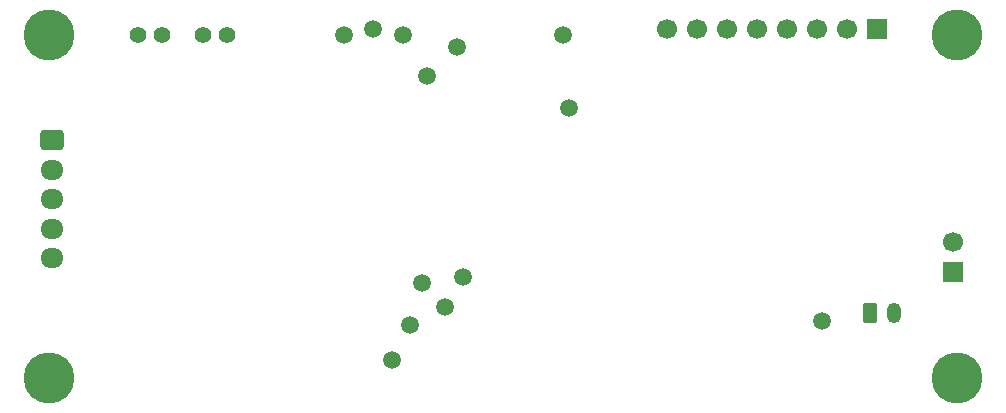
<source format=gbr>
%TF.GenerationSoftware,KiCad,Pcbnew,9.0.7*%
%TF.CreationDate,2026-02-09T02:05:22-06:00*%
%TF.ProjectId,wearable,77656172-6162-46c6-952e-6b696361645f,rev?*%
%TF.SameCoordinates,Original*%
%TF.FileFunction,Soldermask,Bot*%
%TF.FilePolarity,Negative*%
%FSLAX46Y46*%
G04 Gerber Fmt 4.6, Leading zero omitted, Abs format (unit mm)*
G04 Created by KiCad (PCBNEW 9.0.7) date 2026-02-09 02:05:22*
%MOMM*%
%LPD*%
G01*
G04 APERTURE LIST*
G04 Aperture macros list*
%AMRoundRect*
0 Rectangle with rounded corners*
0 $1 Rounding radius*
0 $2 $3 $4 $5 $6 $7 $8 $9 X,Y pos of 4 corners*
0 Add a 4 corners polygon primitive as box body*
4,1,4,$2,$3,$4,$5,$6,$7,$8,$9,$2,$3,0*
0 Add four circle primitives for the rounded corners*
1,1,$1+$1,$2,$3*
1,1,$1+$1,$4,$5*
1,1,$1+$1,$6,$7*
1,1,$1+$1,$8,$9*
0 Add four rect primitives between the rounded corners*
20,1,$1+$1,$2,$3,$4,$5,0*
20,1,$1+$1,$4,$5,$6,$7,0*
20,1,$1+$1,$6,$7,$8,$9,0*
20,1,$1+$1,$8,$9,$2,$3,0*%
G04 Aperture macros list end*
%ADD10C,1.500000*%
%ADD11C,1.400000*%
%ADD12C,4.318000*%
%ADD13R,1.700000X1.700000*%
%ADD14C,1.700000*%
%ADD15RoundRect,0.250000X-0.725000X0.600000X-0.725000X-0.600000X0.725000X-0.600000X0.725000X0.600000X0*%
%ADD16O,1.950000X1.700000*%
%ADD17RoundRect,0.250000X-0.350000X-0.625000X0.350000X-0.625000X0.350000X0.625000X-0.350000X0.625000X0*%
%ADD18O,1.200000X1.750000*%
G04 APERTURE END LIST*
D10*
%TO.C,TP8*%
X142000000Y-91500000D03*
%TD*%
%TO.C,TP14*%
X144500000Y-89000000D03*
%TD*%
D11*
%TO.C,TP2*%
X123000000Y-88000000D03*
X125000000Y-88000000D03*
%TD*%
D10*
%TO.C,TP6*%
X140500000Y-112500000D03*
%TD*%
D12*
%TO.C,H4*%
X186850000Y-117000000D03*
%TD*%
D10*
%TO.C,TP15*%
X153500000Y-88000000D03*
%TD*%
D12*
%TO.C,H1*%
X110000000Y-88000000D03*
%TD*%
D10*
%TO.C,TP4*%
X137360000Y-87500000D03*
%TD*%
%TO.C,TP3*%
X134900000Y-88000000D03*
%TD*%
%TO.C,TP11*%
X139000000Y-115500000D03*
%TD*%
%TO.C,TP5*%
X154000000Y-94200000D03*
%TD*%
%TO.C,TP10*%
X143500000Y-111000000D03*
%TD*%
%TO.C,TP9*%
X141500000Y-109000000D03*
%TD*%
D13*
%TO.C,J3*%
X180100000Y-87500000D03*
D14*
X177560000Y-87500000D03*
X175020000Y-87500000D03*
X172480000Y-87500000D03*
X169940000Y-87500000D03*
X167400000Y-87500000D03*
X164860000Y-87500000D03*
X162320000Y-87500000D03*
%TD*%
D10*
%TO.C,TP12*%
X145000000Y-108500000D03*
%TD*%
D11*
%TO.C,TP1*%
X117500000Y-88000000D03*
X119500000Y-88000000D03*
%TD*%
D12*
%TO.C,H3*%
X186850000Y-88000000D03*
%TD*%
D15*
%TO.C,E1*%
X110200000Y-96900000D03*
D16*
X110200000Y-99400000D03*
X110200000Y-101900000D03*
X110200000Y-104400000D03*
X110200000Y-106900000D03*
%TD*%
D10*
%TO.C,TP16*%
X175400000Y-112200000D03*
%TD*%
D13*
%TO.C,SW1*%
X186500000Y-108040000D03*
D14*
X186500000Y-105500000D03*
%TD*%
D10*
%TO.C,TP7*%
X139900000Y-88000000D03*
%TD*%
D12*
%TO.C,H2*%
X110000000Y-117000000D03*
%TD*%
D17*
%TO.C,BT1*%
X179500000Y-111550000D03*
D18*
X181500000Y-111550000D03*
%TD*%
M02*

</source>
